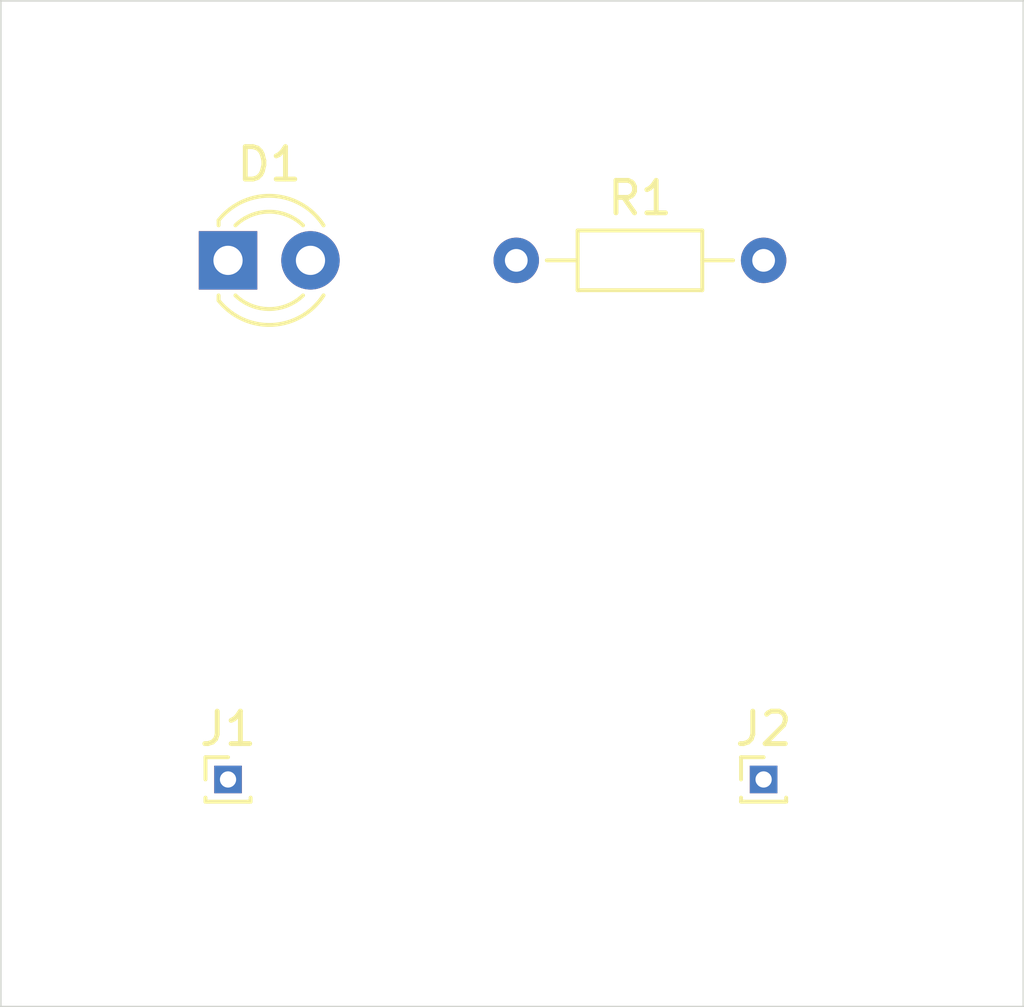
<source format=kicad_pcb>
(kicad_pcb (version 20240108) (generator "pcbnew") (generator_version "8.0")
  (layers (0 "F.Cu" signal) (31 "B.Cu" signal) (35 "F.Paste" user) (36 "B.SilkS" user "B.Silkscreen") (37 "F.SilkS" user "F.Silkscreen") (38 "B.Mask" user) (39 "F.Mask" user) (44 "Edge.Cuts" user))
  (net 0 "")
  (net 1 "Net-(D1-A)")
  (net 2 "GND")
  (net 3 "+9V")
  (footprint "Resistor_THT:R_Axial_DIN0204_L3.6mm_D1.6mm_P7.62mm_Horizontal" (layer "F.Cu") (at 138.38 91)
    (property "Reference" "R1" (at 3.81 -1.92 0) (layer "F.SilkS"))
    (property "Value" "R")
    (fp_line (start 0.94 0) (end 1.89 0) (stroke (width 0.12)) (layer "F.SilkS"))
    (fp_line (start 1.89 -0.92) (end 1.89 0.92) (stroke (width 0.12)) (layer "F.SilkS"))
    (fp_line (start 1.89 0.92) (end 5.73 0.92) (stroke (width 0.12)) (layer "F.SilkS"))
    (fp_line (start 5.73 -0.92) (end 1.89 -0.92) (stroke (width 0.12)) (layer "F.SilkS"))
    (fp_line (start 5.73 0.92) (end 5.73 -0.92) (stroke (width 0.12)) (layer "F.SilkS"))
    (fp_line (start 6.68 0) (end 5.73 0) (stroke (width 0.12)) (layer "F.SilkS"))
    (pad "1" thru_hole circle (at 0 0) (size 1.4 1.4) (drill 0.7) (layers "*.Cu" "*.Mask") (net 1 "Net-(D1-A)"))
    (pad "2" thru_hole oval (at 7.62 0) (size 1.4 1.4) (drill 0.7) (layers "*.Cu" "*.Mask") (net 3 "+9V"))
  )
  (footprint "LED_THT:LED_D3.0mm" (layer "F.Cu") (at 129.5 91)
    (property "Reference" "D1" (at 1.27 -2.96 0) (layer "F.SilkS"))
    (property "Value" "LED")
    (fp_line (start -0.29 -1.236) (end -0.29 -1.08) (stroke (width 0.12)) (layer "F.SilkS"))
    (fp_line (start -0.29 1.08) (end -0.29 1.236) (stroke (width 0.12)) (layer "F.SilkS"))
    (fp_arc (start -0.29 -1.235516) (mid 1.366487 -1.987659) (end 2.942335 -1.078608) (stroke (width 0.12)) (layer "F.SilkS"))
    (fp_arc (start 0.229039 -1.08) (mid 1.270117 -1.5) (end 2.31113 -1.079837) (stroke (width 0.12)) (layer "F.SilkS"))
    (fp_arc (start 2.31113 1.079837) (mid 1.270117 1.5) (end 0.229039 1.08) (stroke (width 0.12)) (layer "F.SilkS"))
    (fp_arc (start 2.942335 1.078608) (mid 1.366487 1.987659) (end -0.29 1.235516) (stroke (width 0.12)) (layer "F.SilkS"))
    (pad "1" thru_hole rect (at 0 0) (size 1.8 1.8) (drill 0.9) (layers "*.Cu" "*.Mask") (net 2 "GND"))
    (pad "2" thru_hole circle (at 2.54 0) (size 1.8 1.8) (drill 0.9) (layers "*.Cu" "*.Mask") (net 1 "Net-(D1-A)"))
  )
  (footprint "Connector_PinHeader_1.00mm:PinHeader_1x01_P1.00mm_Vertical" (layer "F.Cu") (at 129.5 107)
    (property "Reference" "J1" (at 0 -1.56 0) (layer "F.SilkS"))
    (property "Value" "Conn_01x01_Pin")
    (fp_line (start -0.695 -0.685) (end 0 -0.685) (stroke (width 0.12)) (layer "F.SilkS"))
    (fp_line (start -0.695 0) (end -0.695 -0.685) (stroke (width 0.12)) (layer "F.SilkS"))
    (fp_line (start -0.695 0.685) (end -0.695 0.56) (stroke (width 0.12)) (layer "F.SilkS"))
    (fp_line (start -0.695 0.685) (end -0.608276 0.685) (stroke (width 0.12)) (layer "F.SilkS"))
    (fp_line (start -0.695 0.685) (end 0.695 0.685) (stroke (width 0.12)) (layer "F.SilkS"))
    (fp_line (start 0.608276 0.685) (end 0.695 0.685) (stroke (width 0.12)) (layer "F.SilkS"))
    (fp_line (start 0.695 0.685) (end 0.695 0.56) (stroke (width 0.12)) (layer "F.SilkS"))
    (pad "1" thru_hole rect (at 0 0) (size 0.85 0.85) (drill 0.5) (layers "*.Cu" "*.Mask") (net 2 "GND"))
  )
  (footprint "Connector_PinHeader_1.00mm:PinHeader_1x01_P1.00mm_Vertical" (layer "F.Cu") (at 146 107)
    (property "Reference" "J2" (at 0 -1.56 0) (layer "F.SilkS"))
    (property "Value" "Conn_01x01_Pin")
    (fp_line (start -0.695 -0.685) (end 0 -0.685) (stroke (width 0.12)) (layer "F.SilkS"))
    (fp_line (start -0.695 0) (end -0.695 -0.685) (stroke (width 0.12)) (layer "F.SilkS"))
    (fp_line (start -0.695 0.685) (end -0.695 0.56) (stroke (width 0.12)) (layer "F.SilkS"))
    (fp_line (start -0.695 0.685) (end -0.608276 0.685) (stroke (width 0.12)) (layer "F.SilkS"))
    (fp_line (start -0.695 0.685) (end 0.695 0.685) (stroke (width 0.12)) (layer "F.SilkS"))
    (fp_line (start 0.608276 0.685) (end 0.695 0.685) (stroke (width 0.12)) (layer "F.SilkS"))
    (fp_line (start 0.695 0.685) (end 0.695 0.56) (stroke (width 0.12)) (layer "F.SilkS"))
    (pad "1" thru_hole rect (at 0 0) (size 0.85 0.85) (drill 0.5) (layers "*.Cu" "*.Mask") (net 3 "+9V"))
  )
  (gr_rect (start 122.5 83) (end 154 114) (stroke (width 0.05)) (fill none) (layer "Edge.Cuts"))
)
</source>
